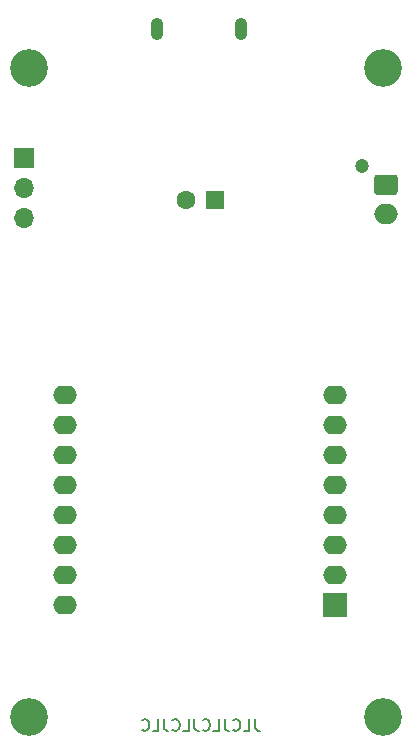
<source format=gbs>
%TF.GenerationSoftware,KiCad,Pcbnew,(5.1.10)-1*%
%TF.CreationDate,2021-08-25T17:12:23+08:00*%
%TF.ProjectId,wemos_board,77656d6f-735f-4626-9f61-72642e6b6963,rev?*%
%TF.SameCoordinates,Original*%
%TF.FileFunction,Soldermask,Bot*%
%TF.FilePolarity,Negative*%
%FSLAX46Y46*%
G04 Gerber Fmt 4.6, Leading zero omitted, Abs format (unit mm)*
G04 Created by KiCad (PCBNEW (5.1.10)-1) date 2021-08-25 17:12:23*
%MOMM*%
%LPD*%
G01*
G04 APERTURE LIST*
%ADD10C,0.150000*%
%ADD11C,3.200000*%
%ADD12O,2.000000X1.600000*%
%ADD13R,2.000000X2.000000*%
%ADD14O,1.050000X1.900000*%
%ADD15O,2.000000X1.700000*%
%ADD16C,1.200000*%
%ADD17R,1.600000X1.600000*%
%ADD18C,1.600000*%
%ADD19O,1.700000X1.700000*%
%ADD20R,1.700000X1.700000*%
G04 APERTURE END LIST*
D10*
X134159047Y-120178580D02*
X134159047Y-120892866D01*
X134206666Y-121035723D01*
X134301904Y-121130961D01*
X134444761Y-121178580D01*
X134540000Y-121178580D01*
X133206666Y-121178580D02*
X133682857Y-121178580D01*
X133682857Y-120178580D01*
X132301904Y-121083342D02*
X132349523Y-121130961D01*
X132492380Y-121178580D01*
X132587619Y-121178580D01*
X132730476Y-121130961D01*
X132825714Y-121035723D01*
X132873333Y-120940485D01*
X132920952Y-120750009D01*
X132920952Y-120607152D01*
X132873333Y-120416676D01*
X132825714Y-120321438D01*
X132730476Y-120226200D01*
X132587619Y-120178580D01*
X132492380Y-120178580D01*
X132349523Y-120226200D01*
X132301904Y-120273819D01*
X131587619Y-120178580D02*
X131587619Y-120892866D01*
X131635238Y-121035723D01*
X131730476Y-121130961D01*
X131873333Y-121178580D01*
X131968571Y-121178580D01*
X130635238Y-121178580D02*
X131111428Y-121178580D01*
X131111428Y-120178580D01*
X129730476Y-121083342D02*
X129778095Y-121130961D01*
X129920952Y-121178580D01*
X130016190Y-121178580D01*
X130159047Y-121130961D01*
X130254285Y-121035723D01*
X130301904Y-120940485D01*
X130349523Y-120750009D01*
X130349523Y-120607152D01*
X130301904Y-120416676D01*
X130254285Y-120321438D01*
X130159047Y-120226200D01*
X130016190Y-120178580D01*
X129920952Y-120178580D01*
X129778095Y-120226200D01*
X129730476Y-120273819D01*
X129016190Y-120178580D02*
X129016190Y-120892866D01*
X129063809Y-121035723D01*
X129159047Y-121130961D01*
X129301904Y-121178580D01*
X129397142Y-121178580D01*
X128063809Y-121178580D02*
X128540000Y-121178580D01*
X128540000Y-120178580D01*
X127159047Y-121083342D02*
X127206666Y-121130961D01*
X127349523Y-121178580D01*
X127444761Y-121178580D01*
X127587619Y-121130961D01*
X127682857Y-121035723D01*
X127730476Y-120940485D01*
X127778095Y-120750009D01*
X127778095Y-120607152D01*
X127730476Y-120416676D01*
X127682857Y-120321438D01*
X127587619Y-120226200D01*
X127444761Y-120178580D01*
X127349523Y-120178580D01*
X127206666Y-120226200D01*
X127159047Y-120273819D01*
X126444761Y-120178580D02*
X126444761Y-120892866D01*
X126492380Y-121035723D01*
X126587619Y-121130961D01*
X126730476Y-121178580D01*
X126825714Y-121178580D01*
X125492380Y-121178580D02*
X125968571Y-121178580D01*
X125968571Y-120178580D01*
X124587619Y-121083342D02*
X124635238Y-121130961D01*
X124778095Y-121178580D01*
X124873333Y-121178580D01*
X125016190Y-121130961D01*
X125111428Y-121035723D01*
X125159047Y-120940485D01*
X125206666Y-120750009D01*
X125206666Y-120607152D01*
X125159047Y-120416676D01*
X125111428Y-120321438D01*
X125016190Y-120226200D01*
X124873333Y-120178580D01*
X124778095Y-120178580D01*
X124635238Y-120226200D01*
X124587619Y-120273819D01*
D11*
%TO.C,REF\u002A\u002A*%
X115000000Y-120000000D03*
%TD*%
%TO.C,REF\u002A\u002A*%
X145000000Y-120000000D03*
%TD*%
%TO.C,REF\u002A\u002A*%
X115000000Y-65000000D03*
%TD*%
%TO.C,REF\u002A\u002A*%
X145000000Y-65000000D03*
%TD*%
D12*
%TO.C,U1*%
X140970000Y-107950000D03*
D13*
X140970000Y-110490000D03*
D12*
X140970000Y-105410000D03*
X140970000Y-102870000D03*
X140970000Y-100330000D03*
X140970000Y-97790000D03*
X140970000Y-95250000D03*
X140970000Y-92710000D03*
X118110000Y-92710000D03*
X118110000Y-95250000D03*
X118110000Y-97790000D03*
X118110000Y-100330000D03*
X118110000Y-102870000D03*
X118110000Y-105410000D03*
X118110000Y-107950000D03*
X118110000Y-110490000D03*
%TD*%
D14*
%TO.C,J1*%
X132979698Y-61700000D03*
X125829698Y-61700000D03*
%TD*%
%TO.C,D1*%
G36*
G01*
X144490000Y-74080000D02*
X145990000Y-74080000D01*
G75*
G02*
X146240000Y-74330000I0J-250000D01*
G01*
X146240000Y-75530000D01*
G75*
G02*
X145990000Y-75780000I-250000J0D01*
G01*
X144490000Y-75780000D01*
G75*
G02*
X144240000Y-75530000I0J250000D01*
G01*
X144240000Y-74330000D01*
G75*
G02*
X144490000Y-74080000I250000J0D01*
G01*
G37*
D15*
X145240000Y-77430000D03*
D16*
X143240000Y-73330000D03*
%TD*%
D17*
%TO.C,C1*%
X130810000Y-76200000D03*
D18*
X128310000Y-76200000D03*
%TD*%
D19*
%TO.C,J2*%
X114570000Y-77740000D03*
X114570000Y-75200000D03*
D20*
X114570000Y-72660000D03*
%TD*%
M02*

</source>
